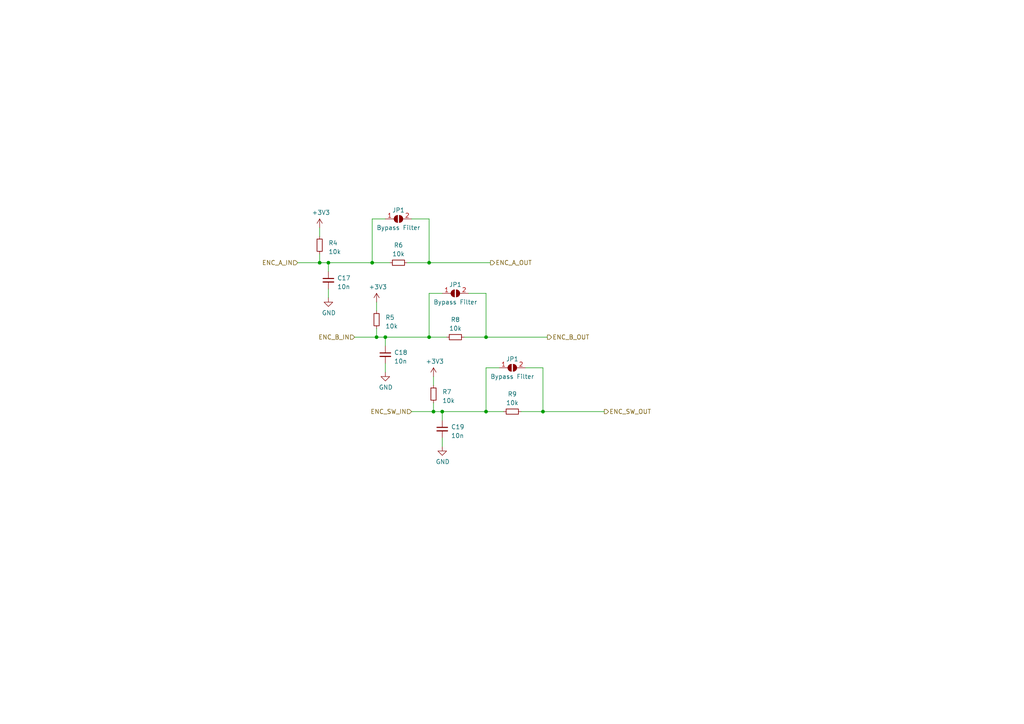
<source format=kicad_sch>
(kicad_sch (version 20230121) (generator eeschema)
  (paper "A4")
  (lib_symbols
    (symbol "Device:C_Small" (pin_numbers hide) (pin_names (offset 0.254) hide)
      (property "Reference" "C" (at 0.254 1.778 0))
      (property "Value" "C_Small" (at 0.254 -2.032 0))
      (symbol "C_Small_0_1"
        (polyline (pts (xy -1.524 -0.508) (xy 1.524 -0.508)) (stroke (width 0.3302)))
        (polyline (pts (xy -1.524 0.508) (xy 1.524 0.508)) (stroke (width 0.3048)))
      )
      (symbol "C_Small_1_1"
        (pin passive line (at 0 2.54 270) (length 2.032) (name "~") (number "1"))
        (pin passive line (at 0 -2.54 90) (length 2.032) (name "~") (number "2"))
      )
    )
    (symbol "Device:R_Small" (pin_numbers hide) (pin_names (offset 0.254) hide)
      (property "Reference" "R" (at 0.762 0.508 0))
      (property "Value" "R_Small" (at 0.762 -1.016 0))
      (symbol "R_Small_0_1"
        (rectangle (start -0.762 1.778) (end 0.762 -1.778) (stroke (width 0.2032)))
      )
      (symbol "R_Small_1_1"
        (pin passive line (at 0 2.54 270) (length 0.762) (name "~") (number "1"))
        (pin passive line (at 0 -2.54 90) (length 0.762) (name "~") (number "2"))
      )
    )
    (symbol "Jumper:SolderJumper_2_Open" (pin_names (offset 0) hide)
      (property "Reference" "JP" (at 0 2.032 0))
      (property "Value" "SolderJumper_2_Open" (at 0 -2.54 0))
      (symbol "SolderJumper_2_Open_0_1"
        (arc (start -0.254 1.016) (mid -1.2656 0) (end -0.254 -1.016))
        (arc (start -0.254 1.016) (mid -1.2656 0) (end -0.254 -1.016) (fill (type outline)))
        (polyline (pts (xy -0.254 1.016) (xy -0.254 -1.016)))
        (polyline (pts (xy 0.254 1.016) (xy 0.254 -1.016)))
        (arc (start 0.254 -1.016) (mid 1.2656 0) (end 0.254 1.016))
        (arc (start 0.254 -1.016) (mid 1.2656 0) (end 0.254 1.016) (fill (type outline)))
      )
      (symbol "SolderJumper_2_Open_1_1"
        (pin passive line (at -3.81 0 0) (length 2.54) (name "A") (number "1"))
        (pin passive line (at 3.81 0 180) (length 2.54) (name "B") (number "2"))
      )
    )
    (symbol "power:+3V3" (power) (pin_names (offset 0))
      (property "Value" "+3V3" (at 0 3.556 0))
      (symbol "+3V3_0_1"
        (polyline (pts (xy -0.762 1.27) (xy 0 2.54)))
        (polyline (pts (xy 0 0) (xy 0 2.54)))
        (polyline (pts (xy 0 2.54) (xy 0.762 1.27)))
      )
      (symbol "+3V3_1_1"
        (pin power_in line (at 0 0 90) (length 0) hide (name "+3V3") (number "1"))
      )
    )
    (symbol "power:GND" (power) (pin_names (offset 0))
      (property "Value" "GND" (at 0 -3.81 0))
      (symbol "GND_0_1"
        (polyline (pts (xy 0 0) (xy 0 -1.27) (xy 1.27 -1.27) (xy 0 -2.54) (xy -1.27 -1.27) (xy 0 -1.27)))
      )
      (symbol "GND_1_1"
        (pin power_in line (at 0 0 270) (length 0) hide (name "GND") (number "1"))
      )
    )
  )
  (junction (at 124.46 97.79))
  (junction (at 92.71 76.2))
  (junction (at 125.73 119.38))
  (junction (at 111.76 97.79))
  (junction (at 109.22 97.79))
  (junction (at 107.95 76.2))
  (junction (at 124.46 76.2))
  (junction (at 128.27 119.38))
  (junction (at 140.97 97.79))
  (junction (at 157.48 119.38))
  (junction (at 140.97 119.38))
  (junction (at 95.25 76.2))
  (wire (pts (xy 111.76 107.95) (xy 111.76 105.41)))
  (wire (pts (xy 111.76 97.79) (xy 111.76 100.33)))
  (wire (pts (xy 102.87 97.79) (xy 109.22 97.79)))
  (wire (pts (xy 124.46 63.5) (xy 124.46 76.2)))
  (wire (pts (xy 157.48 106.68) (xy 157.48 119.38)))
  (wire (pts (xy 92.71 66.04) (xy 92.71 68.58)))
  (wire (pts (xy 109.22 95.25) (xy 109.22 97.79)))
  (wire (pts (xy 140.97 85.09) (xy 140.97 97.79)))
  (wire (pts (xy 119.38 119.38) (xy 125.73 119.38)))
  (wire (pts (xy 152.4 106.68) (xy 157.48 106.68)))
  (wire (pts (xy 135.89 85.09) (xy 140.97 85.09)))
  (wire (pts (xy 128.27 119.38) (xy 140.97 119.38)))
  (wire (pts (xy 140.97 119.38) (xy 146.05 119.38)))
  (wire (pts (xy 111.76 97.79) (xy 124.46 97.79)))
  (wire (pts (xy 86.36 76.2) (xy 92.71 76.2)))
  (wire (pts (xy 95.25 86.36) (xy 95.25 83.82)))
  (wire (pts (xy 95.25 76.2) (xy 107.95 76.2)))
  (wire (pts (xy 157.48 119.38) (xy 175.26 119.38)))
  (wire (pts (xy 124.46 85.09) (xy 124.46 97.79)))
  (wire (pts (xy 124.46 76.2) (xy 142.24 76.2)))
  (wire (pts (xy 109.22 87.63) (xy 109.22 90.17)))
  (wire (pts (xy 125.73 109.22) (xy 125.73 111.76)))
  (wire (pts (xy 107.95 63.5) (xy 107.95 76.2)))
  (wire (pts (xy 109.22 97.79) (xy 111.76 97.79)))
  (wire (pts (xy 125.73 116.84) (xy 125.73 119.38)))
  (wire (pts (xy 92.71 76.2) (xy 95.25 76.2)))
  (wire (pts (xy 151.13 119.38) (xy 157.48 119.38)))
  (wire (pts (xy 92.71 73.66) (xy 92.71 76.2)))
  (wire (pts (xy 140.97 97.79) (xy 158.75 97.79)))
  (wire (pts (xy 125.73 119.38) (xy 128.27 119.38)))
  (wire (pts (xy 124.46 97.79) (xy 129.54 97.79)))
  (wire (pts (xy 95.25 76.2) (xy 95.25 78.74)))
  (wire (pts (xy 128.27 129.54) (xy 128.27 127)))
  (wire (pts (xy 111.76 63.5) (xy 107.95 63.5)))
  (wire (pts (xy 144.78 106.68) (xy 140.97 106.68)))
  (wire (pts (xy 128.27 85.09) (xy 124.46 85.09)))
  (wire (pts (xy 140.97 106.68) (xy 140.97 119.38)))
  (wire (pts (xy 119.38 63.5) (xy 124.46 63.5)))
  (wire (pts (xy 134.62 97.79) (xy 140.97 97.79)))
  (wire (pts (xy 118.11 76.2) (xy 124.46 76.2)))
  (wire (pts (xy 107.95 76.2) (xy 113.03 76.2)))
  (wire (pts (xy 128.27 119.38) (xy 128.27 121.92)))
  (hierarchical_label "ENC_SW_OUT" (shape output) (at 175.26 119.38 0))
  (hierarchical_label "ENC_SW_IN" (shape input) (at 119.38 119.38 180))
  (hierarchical_label "ENC_B_OUT" (shape output) (at 158.75 97.79 0))
  (hierarchical_label "ENC_A_IN" (shape input) (at 86.36 76.2 180))
  (hierarchical_label "ENC_B_IN" (shape input) (at 102.87 97.79 180))
  (hierarchical_label "ENC_A_OUT" (shape output) (at 142.24 76.2 0))
  (symbol (lib_id "Device:R_Small") (at 125.73 114.3 0) (unit 1)
    (property "Reference" "R7" (at 128.27 113.665 0) (effects (justify left)))
    (property "Value" "10k" (at 128.27 116.205 0) (effects (justify left)))
  )
  (symbol (lib_id "Device:R_Small") (at 92.71 71.12 0) (unit 1)
    (property "Reference" "R4" (at 95.25 70.485 0) (effects (justify left)))
    (property "Value" "10k" (at 95.25 73.025 0) (effects (justify left)))
  )
  (symbol (lib_id "Device:R_Small") (at 148.59 119.38 270) (unit 1)
    (property "Reference" "R9" (at 148.59 114.3 90))
    (property "Value" "10k" (at 148.59 116.84 90))
  )
  (symbol (lib_id "Device:R_Small") (at 132.08 97.79 270) (unit 1)
    (property "Reference" "R8" (at 132.08 92.71 90))
    (property "Value" "10k" (at 132.08 95.25 90))
  )
  (symbol (lib_id "Device:C_Small") (at 111.76 102.87 0) (unit 1)
    (property "Reference" "C18" (at 114.3 102.2413 0) (effects (justify left)))
    (property "Value" "10n" (at 114.3 104.7813 0) (effects (justify left)))
  )
  (symbol (lib_id "Jumper:SolderJumper_2_Open") (at 115.57 63.5 0) (unit 1)
    (property "Reference" "JP1" (at 115.57 60.96 0))
    (property "Value" "Bypass Filter" (at 115.57 66.04 0))
  )
  (symbol (lib_id "Device:R_Small") (at 115.57 76.2 270) (unit 1)
    (property "Reference" "R6" (at 115.57 71.12 90))
    (property "Value" "10k" (at 115.57 73.66 90))
  )
  (symbol (lib_id "Device:C_Small") (at 128.27 124.46 0) (unit 1)
    (property "Reference" "C19" (at 130.81 123.8313 0) (effects (justify left)))
    (property "Value" "10n" (at 130.81 126.3713 0) (effects (justify left)))
  )
  (symbol (lib_id "power:+3V3") (at 92.71 66.04 0) (unit 1)
    (property "Reference" "#PWR018" (effects hide))
    (property "Value" "+3V3" (at 93.091 61.6458 0))
    (instances (project "Reflow Oven" (path "" (reference "#PWR018") (unit 1)) (path "" (reference "#PWR013") (unit 1)) (path "" (reference "#PWR023") (unit 1))) (project "USB-PD" (path "" (reference "#PWR?") (unit 1)) (path "" (reference "#PWR040") (unit 1))))
  )
  (symbol (lib_id "Device:R_Small") (at 109.22 92.71 0) (unit 1)
    (property "Reference" "R5" (at 111.76 92.075 0) (effects (justify left)))
    (property "Value" "10k" (at 111.76 94.615 0) (effects (justify left)))
  )
  (symbol (lib_id "Jumper:SolderJumper_2_Open") (at 132.08 85.09 0) (unit 1)
    (property "Reference" "JP1" (at 132.08 82.55 0))
    (property "Value" "Bypass Filter" (at 132.08 87.63 0))
    (instances (project "Reflow Oven" (path "" (reference "JP1") (unit 1)) (path "" (reference "JP2") (unit 1))))
  )
  (symbol (lib_id "Jumper:SolderJumper_2_Open") (at 148.59 106.68 0) (unit 1)
    (property "Reference" "JP1" (at 148.59 104.14 0))
    (property "Value" "Bypass Filter" (at 148.59 109.22 0))
    (instances (project "Reflow Oven" (path "" (reference "JP1") (unit 1)) (path "" (reference "JP3") (unit 1))))
  )
  (symbol (lib_id "power:GND") (at 128.27 129.54 0) (unit 1)
    (property "Reference" "#PWR017" (effects hide))
    (property "Value" "GND" (at 128.397 133.9342 0))
    (instances (project "Reflow Oven" (path "" (reference "#PWR017") (unit 1)) (path "" (reference "#PWR012") (unit 1)) (path "" (reference "#PWR028") (unit 1))) (project "USB-PD" (path "" (reference "#PWR?") (unit 1)) (path "" (reference "#PWR039") (unit 1))))
  )
  (symbol (lib_id "Device:C_Small") (at 95.25 81.28 0) (unit 1)
    (property "Reference" "C17" (at 97.79 80.6513 0) (effects (justify left)))
    (property "Value" "10n" (at 97.79 83.1913 0) (effects (justify left)))
  )
  (symbol (lib_id "power:+3V3") (at 125.73 109.22 0) (unit 1)
    (property "Reference" "#PWR018" (effects hide))
    (property "Value" "+3V3" (at 126.111 104.8258 0))
    (instances (project "Reflow Oven" (path "" (reference "#PWR018") (unit 1)) (path "" (reference "#PWR013") (unit 1)) (path "" (reference "#PWR027") (unit 1))) (project "USB-PD" (path "" (reference "#PWR?") (unit 1)) (path "" (reference "#PWR040") (unit 1))))
  )
  (symbol (lib_id "power:GND") (at 111.76 107.95 0) (unit 1)
    (property "Reference" "#PWR017" (effects hide))
    (property "Value" "GND" (at 111.887 112.3442 0))
    (instances (project "Reflow Oven" (path "" (reference "#PWR017") (unit 1)) (path "" (reference "#PWR012") (unit 1)) (path "" (reference "#PWR026") (unit 1))) (project "USB-PD" (path "" (reference "#PWR?") (unit 1)) (path "" (reference "#PWR039") (unit 1))))
  )
  (symbol (lib_id "power:GND") (at 95.25 86.36 0) (unit 1)
    (property "Reference" "#PWR017" (effects hide))
    (property "Value" "GND" (at 95.377 90.7542 0))
    (instances (project "Reflow Oven" (path "" (reference "#PWR017") (unit 1)) (path "" (reference "#PWR012") (unit 1)) (path "" (reference "#PWR024") (unit 1))) (project "USB-PD" (path "" (reference "#PWR?") (unit 1)) (path "" (reference "#PWR039") (unit 1))))
  )
  (symbol (lib_id "power:+3V3") (at 109.22 87.63 0) (unit 1)
    (property "Reference" "#PWR018" (effects hide))
    (property "Value" "+3V3" (at 109.601 83.2358 0))
    (instances (project "Reflow Oven" (path "" (reference "#PWR018") (unit 1)) (path "" (reference "#PWR013") (unit 1)) (path "" (reference "#PWR025") (unit 1))) (project "USB-PD" (path "" (reference "#PWR?") (unit 1)) (path "" (reference "#PWR040") (unit 1))))
  )
)
</source>
